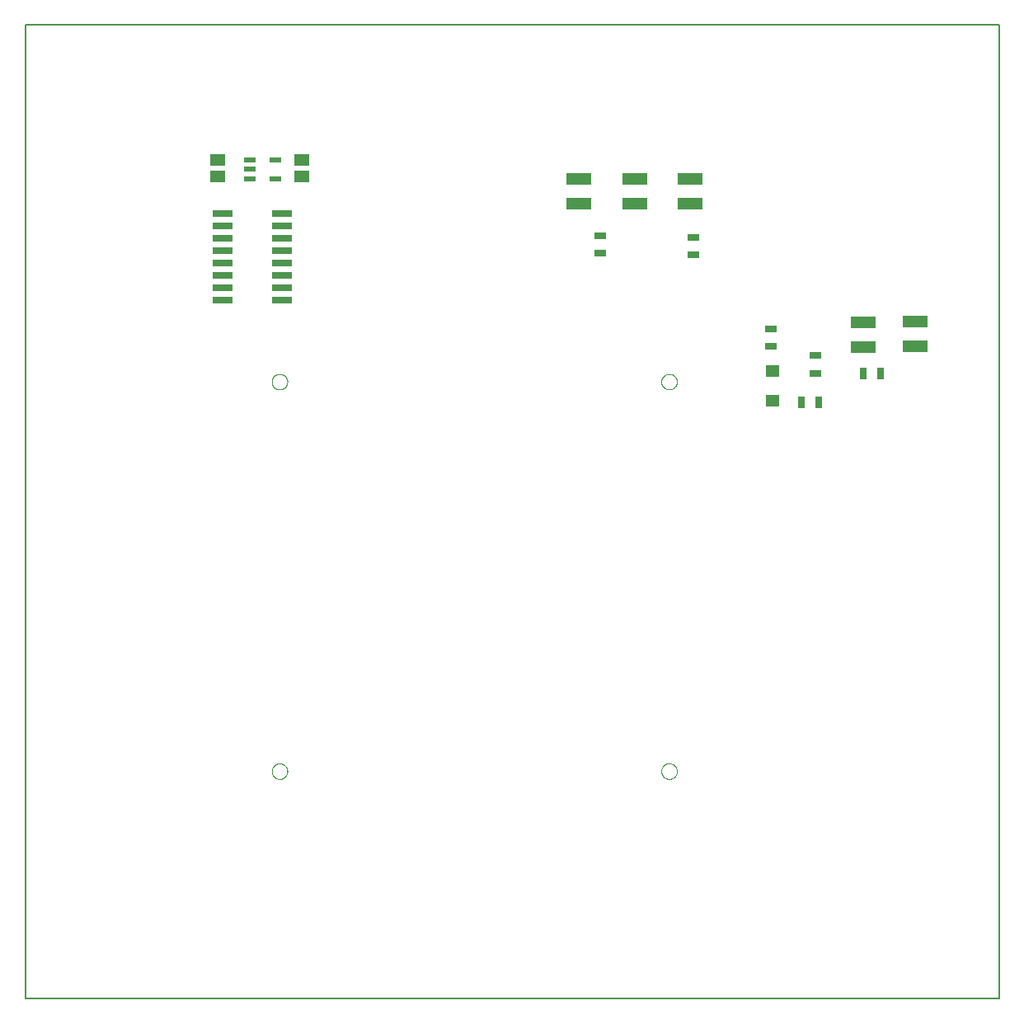
<source format=gtp>
G75*
%MOIN*%
%OFA0B0*%
%FSLAX25Y25*%
%IPPOS*%
%LPD*%
%AMOC8*
5,1,8,0,0,1.08239X$1,22.5*
%
%ADD10C,0.00800*%
%ADD11C,0.00000*%
%ADD12R,0.05906X0.05118*%
%ADD13R,0.05512X0.04724*%
%ADD14R,0.10000X0.05000*%
%ADD15R,0.04724X0.02165*%
%ADD16R,0.08000X0.02600*%
%ADD17R,0.04724X0.03150*%
%ADD18R,0.03150X0.04724*%
D10*
X0075655Y0047033D02*
X0469356Y0047033D01*
X0469356Y0440734D01*
X0075655Y0440734D01*
X0075655Y0047033D01*
D11*
X0175261Y0138962D02*
X0175263Y0139074D01*
X0175269Y0139185D01*
X0175279Y0139297D01*
X0175293Y0139408D01*
X0175310Y0139518D01*
X0175332Y0139628D01*
X0175358Y0139737D01*
X0175387Y0139845D01*
X0175420Y0139951D01*
X0175457Y0140057D01*
X0175498Y0140161D01*
X0175543Y0140264D01*
X0175591Y0140365D01*
X0175642Y0140464D01*
X0175697Y0140561D01*
X0175756Y0140656D01*
X0175817Y0140750D01*
X0175882Y0140841D01*
X0175951Y0140929D01*
X0176022Y0141015D01*
X0176096Y0141099D01*
X0176174Y0141179D01*
X0176254Y0141257D01*
X0176337Y0141333D01*
X0176422Y0141405D01*
X0176510Y0141474D01*
X0176600Y0141540D01*
X0176693Y0141602D01*
X0176788Y0141662D01*
X0176885Y0141718D01*
X0176983Y0141770D01*
X0177084Y0141819D01*
X0177186Y0141864D01*
X0177290Y0141906D01*
X0177395Y0141944D01*
X0177502Y0141978D01*
X0177609Y0142008D01*
X0177718Y0142035D01*
X0177827Y0142057D01*
X0177938Y0142076D01*
X0178048Y0142091D01*
X0178160Y0142102D01*
X0178271Y0142109D01*
X0178383Y0142112D01*
X0178495Y0142111D01*
X0178607Y0142106D01*
X0178718Y0142097D01*
X0178829Y0142084D01*
X0178940Y0142067D01*
X0179050Y0142047D01*
X0179159Y0142022D01*
X0179267Y0141994D01*
X0179374Y0141961D01*
X0179480Y0141925D01*
X0179584Y0141885D01*
X0179687Y0141842D01*
X0179789Y0141795D01*
X0179888Y0141744D01*
X0179986Y0141690D01*
X0180082Y0141632D01*
X0180176Y0141571D01*
X0180267Y0141507D01*
X0180356Y0141440D01*
X0180443Y0141369D01*
X0180527Y0141295D01*
X0180609Y0141219D01*
X0180687Y0141139D01*
X0180763Y0141057D01*
X0180836Y0140972D01*
X0180906Y0140885D01*
X0180972Y0140795D01*
X0181036Y0140703D01*
X0181096Y0140609D01*
X0181153Y0140513D01*
X0181206Y0140414D01*
X0181256Y0140314D01*
X0181302Y0140213D01*
X0181345Y0140109D01*
X0181384Y0140004D01*
X0181419Y0139898D01*
X0181450Y0139791D01*
X0181478Y0139682D01*
X0181501Y0139573D01*
X0181521Y0139463D01*
X0181537Y0139352D01*
X0181549Y0139241D01*
X0181557Y0139130D01*
X0181561Y0139018D01*
X0181561Y0138906D01*
X0181557Y0138794D01*
X0181549Y0138683D01*
X0181537Y0138572D01*
X0181521Y0138461D01*
X0181501Y0138351D01*
X0181478Y0138242D01*
X0181450Y0138133D01*
X0181419Y0138026D01*
X0181384Y0137920D01*
X0181345Y0137815D01*
X0181302Y0137711D01*
X0181256Y0137610D01*
X0181206Y0137510D01*
X0181153Y0137411D01*
X0181096Y0137315D01*
X0181036Y0137221D01*
X0180972Y0137129D01*
X0180906Y0137039D01*
X0180836Y0136952D01*
X0180763Y0136867D01*
X0180687Y0136785D01*
X0180609Y0136705D01*
X0180527Y0136629D01*
X0180443Y0136555D01*
X0180356Y0136484D01*
X0180267Y0136417D01*
X0180176Y0136353D01*
X0180082Y0136292D01*
X0179986Y0136234D01*
X0179888Y0136180D01*
X0179789Y0136129D01*
X0179687Y0136082D01*
X0179584Y0136039D01*
X0179480Y0135999D01*
X0179374Y0135963D01*
X0179267Y0135930D01*
X0179159Y0135902D01*
X0179050Y0135877D01*
X0178940Y0135857D01*
X0178829Y0135840D01*
X0178718Y0135827D01*
X0178607Y0135818D01*
X0178495Y0135813D01*
X0178383Y0135812D01*
X0178271Y0135815D01*
X0178160Y0135822D01*
X0178048Y0135833D01*
X0177938Y0135848D01*
X0177827Y0135867D01*
X0177718Y0135889D01*
X0177609Y0135916D01*
X0177502Y0135946D01*
X0177395Y0135980D01*
X0177290Y0136018D01*
X0177186Y0136060D01*
X0177084Y0136105D01*
X0176983Y0136154D01*
X0176885Y0136206D01*
X0176788Y0136262D01*
X0176693Y0136322D01*
X0176600Y0136384D01*
X0176510Y0136450D01*
X0176422Y0136519D01*
X0176337Y0136591D01*
X0176254Y0136667D01*
X0176174Y0136745D01*
X0176096Y0136825D01*
X0176022Y0136909D01*
X0175951Y0136995D01*
X0175882Y0137083D01*
X0175817Y0137174D01*
X0175756Y0137268D01*
X0175697Y0137363D01*
X0175642Y0137460D01*
X0175591Y0137559D01*
X0175543Y0137660D01*
X0175498Y0137763D01*
X0175457Y0137867D01*
X0175420Y0137973D01*
X0175387Y0138079D01*
X0175358Y0138187D01*
X0175332Y0138296D01*
X0175310Y0138406D01*
X0175293Y0138516D01*
X0175279Y0138627D01*
X0175269Y0138739D01*
X0175263Y0138850D01*
X0175261Y0138962D01*
X0332741Y0138962D02*
X0332743Y0139074D01*
X0332749Y0139185D01*
X0332759Y0139297D01*
X0332773Y0139408D01*
X0332790Y0139518D01*
X0332812Y0139628D01*
X0332838Y0139737D01*
X0332867Y0139845D01*
X0332900Y0139951D01*
X0332937Y0140057D01*
X0332978Y0140161D01*
X0333023Y0140264D01*
X0333071Y0140365D01*
X0333122Y0140464D01*
X0333177Y0140561D01*
X0333236Y0140656D01*
X0333297Y0140750D01*
X0333362Y0140841D01*
X0333431Y0140929D01*
X0333502Y0141015D01*
X0333576Y0141099D01*
X0333654Y0141179D01*
X0333734Y0141257D01*
X0333817Y0141333D01*
X0333902Y0141405D01*
X0333990Y0141474D01*
X0334080Y0141540D01*
X0334173Y0141602D01*
X0334268Y0141662D01*
X0334365Y0141718D01*
X0334463Y0141770D01*
X0334564Y0141819D01*
X0334666Y0141864D01*
X0334770Y0141906D01*
X0334875Y0141944D01*
X0334982Y0141978D01*
X0335089Y0142008D01*
X0335198Y0142035D01*
X0335307Y0142057D01*
X0335418Y0142076D01*
X0335528Y0142091D01*
X0335640Y0142102D01*
X0335751Y0142109D01*
X0335863Y0142112D01*
X0335975Y0142111D01*
X0336087Y0142106D01*
X0336198Y0142097D01*
X0336309Y0142084D01*
X0336420Y0142067D01*
X0336530Y0142047D01*
X0336639Y0142022D01*
X0336747Y0141994D01*
X0336854Y0141961D01*
X0336960Y0141925D01*
X0337064Y0141885D01*
X0337167Y0141842D01*
X0337269Y0141795D01*
X0337368Y0141744D01*
X0337466Y0141690D01*
X0337562Y0141632D01*
X0337656Y0141571D01*
X0337747Y0141507D01*
X0337836Y0141440D01*
X0337923Y0141369D01*
X0338007Y0141295D01*
X0338089Y0141219D01*
X0338167Y0141139D01*
X0338243Y0141057D01*
X0338316Y0140972D01*
X0338386Y0140885D01*
X0338452Y0140795D01*
X0338516Y0140703D01*
X0338576Y0140609D01*
X0338633Y0140513D01*
X0338686Y0140414D01*
X0338736Y0140314D01*
X0338782Y0140213D01*
X0338825Y0140109D01*
X0338864Y0140004D01*
X0338899Y0139898D01*
X0338930Y0139791D01*
X0338958Y0139682D01*
X0338981Y0139573D01*
X0339001Y0139463D01*
X0339017Y0139352D01*
X0339029Y0139241D01*
X0339037Y0139130D01*
X0339041Y0139018D01*
X0339041Y0138906D01*
X0339037Y0138794D01*
X0339029Y0138683D01*
X0339017Y0138572D01*
X0339001Y0138461D01*
X0338981Y0138351D01*
X0338958Y0138242D01*
X0338930Y0138133D01*
X0338899Y0138026D01*
X0338864Y0137920D01*
X0338825Y0137815D01*
X0338782Y0137711D01*
X0338736Y0137610D01*
X0338686Y0137510D01*
X0338633Y0137411D01*
X0338576Y0137315D01*
X0338516Y0137221D01*
X0338452Y0137129D01*
X0338386Y0137039D01*
X0338316Y0136952D01*
X0338243Y0136867D01*
X0338167Y0136785D01*
X0338089Y0136705D01*
X0338007Y0136629D01*
X0337923Y0136555D01*
X0337836Y0136484D01*
X0337747Y0136417D01*
X0337656Y0136353D01*
X0337562Y0136292D01*
X0337466Y0136234D01*
X0337368Y0136180D01*
X0337269Y0136129D01*
X0337167Y0136082D01*
X0337064Y0136039D01*
X0336960Y0135999D01*
X0336854Y0135963D01*
X0336747Y0135930D01*
X0336639Y0135902D01*
X0336530Y0135877D01*
X0336420Y0135857D01*
X0336309Y0135840D01*
X0336198Y0135827D01*
X0336087Y0135818D01*
X0335975Y0135813D01*
X0335863Y0135812D01*
X0335751Y0135815D01*
X0335640Y0135822D01*
X0335528Y0135833D01*
X0335418Y0135848D01*
X0335307Y0135867D01*
X0335198Y0135889D01*
X0335089Y0135916D01*
X0334982Y0135946D01*
X0334875Y0135980D01*
X0334770Y0136018D01*
X0334666Y0136060D01*
X0334564Y0136105D01*
X0334463Y0136154D01*
X0334365Y0136206D01*
X0334268Y0136262D01*
X0334173Y0136322D01*
X0334080Y0136384D01*
X0333990Y0136450D01*
X0333902Y0136519D01*
X0333817Y0136591D01*
X0333734Y0136667D01*
X0333654Y0136745D01*
X0333576Y0136825D01*
X0333502Y0136909D01*
X0333431Y0136995D01*
X0333362Y0137083D01*
X0333297Y0137174D01*
X0333236Y0137268D01*
X0333177Y0137363D01*
X0333122Y0137460D01*
X0333071Y0137559D01*
X0333023Y0137660D01*
X0332978Y0137763D01*
X0332937Y0137867D01*
X0332900Y0137973D01*
X0332867Y0138079D01*
X0332838Y0138187D01*
X0332812Y0138296D01*
X0332790Y0138406D01*
X0332773Y0138516D01*
X0332759Y0138627D01*
X0332749Y0138739D01*
X0332743Y0138850D01*
X0332741Y0138962D01*
X0332741Y0296443D02*
X0332743Y0296555D01*
X0332749Y0296666D01*
X0332759Y0296778D01*
X0332773Y0296889D01*
X0332790Y0296999D01*
X0332812Y0297109D01*
X0332838Y0297218D01*
X0332867Y0297326D01*
X0332900Y0297432D01*
X0332937Y0297538D01*
X0332978Y0297642D01*
X0333023Y0297745D01*
X0333071Y0297846D01*
X0333122Y0297945D01*
X0333177Y0298042D01*
X0333236Y0298137D01*
X0333297Y0298231D01*
X0333362Y0298322D01*
X0333431Y0298410D01*
X0333502Y0298496D01*
X0333576Y0298580D01*
X0333654Y0298660D01*
X0333734Y0298738D01*
X0333817Y0298814D01*
X0333902Y0298886D01*
X0333990Y0298955D01*
X0334080Y0299021D01*
X0334173Y0299083D01*
X0334268Y0299143D01*
X0334365Y0299199D01*
X0334463Y0299251D01*
X0334564Y0299300D01*
X0334666Y0299345D01*
X0334770Y0299387D01*
X0334875Y0299425D01*
X0334982Y0299459D01*
X0335089Y0299489D01*
X0335198Y0299516D01*
X0335307Y0299538D01*
X0335418Y0299557D01*
X0335528Y0299572D01*
X0335640Y0299583D01*
X0335751Y0299590D01*
X0335863Y0299593D01*
X0335975Y0299592D01*
X0336087Y0299587D01*
X0336198Y0299578D01*
X0336309Y0299565D01*
X0336420Y0299548D01*
X0336530Y0299528D01*
X0336639Y0299503D01*
X0336747Y0299475D01*
X0336854Y0299442D01*
X0336960Y0299406D01*
X0337064Y0299366D01*
X0337167Y0299323D01*
X0337269Y0299276D01*
X0337368Y0299225D01*
X0337466Y0299171D01*
X0337562Y0299113D01*
X0337656Y0299052D01*
X0337747Y0298988D01*
X0337836Y0298921D01*
X0337923Y0298850D01*
X0338007Y0298776D01*
X0338089Y0298700D01*
X0338167Y0298620D01*
X0338243Y0298538D01*
X0338316Y0298453D01*
X0338386Y0298366D01*
X0338452Y0298276D01*
X0338516Y0298184D01*
X0338576Y0298090D01*
X0338633Y0297994D01*
X0338686Y0297895D01*
X0338736Y0297795D01*
X0338782Y0297694D01*
X0338825Y0297590D01*
X0338864Y0297485D01*
X0338899Y0297379D01*
X0338930Y0297272D01*
X0338958Y0297163D01*
X0338981Y0297054D01*
X0339001Y0296944D01*
X0339017Y0296833D01*
X0339029Y0296722D01*
X0339037Y0296611D01*
X0339041Y0296499D01*
X0339041Y0296387D01*
X0339037Y0296275D01*
X0339029Y0296164D01*
X0339017Y0296053D01*
X0339001Y0295942D01*
X0338981Y0295832D01*
X0338958Y0295723D01*
X0338930Y0295614D01*
X0338899Y0295507D01*
X0338864Y0295401D01*
X0338825Y0295296D01*
X0338782Y0295192D01*
X0338736Y0295091D01*
X0338686Y0294991D01*
X0338633Y0294892D01*
X0338576Y0294796D01*
X0338516Y0294702D01*
X0338452Y0294610D01*
X0338386Y0294520D01*
X0338316Y0294433D01*
X0338243Y0294348D01*
X0338167Y0294266D01*
X0338089Y0294186D01*
X0338007Y0294110D01*
X0337923Y0294036D01*
X0337836Y0293965D01*
X0337747Y0293898D01*
X0337656Y0293834D01*
X0337562Y0293773D01*
X0337466Y0293715D01*
X0337368Y0293661D01*
X0337269Y0293610D01*
X0337167Y0293563D01*
X0337064Y0293520D01*
X0336960Y0293480D01*
X0336854Y0293444D01*
X0336747Y0293411D01*
X0336639Y0293383D01*
X0336530Y0293358D01*
X0336420Y0293338D01*
X0336309Y0293321D01*
X0336198Y0293308D01*
X0336087Y0293299D01*
X0335975Y0293294D01*
X0335863Y0293293D01*
X0335751Y0293296D01*
X0335640Y0293303D01*
X0335528Y0293314D01*
X0335418Y0293329D01*
X0335307Y0293348D01*
X0335198Y0293370D01*
X0335089Y0293397D01*
X0334982Y0293427D01*
X0334875Y0293461D01*
X0334770Y0293499D01*
X0334666Y0293541D01*
X0334564Y0293586D01*
X0334463Y0293635D01*
X0334365Y0293687D01*
X0334268Y0293743D01*
X0334173Y0293803D01*
X0334080Y0293865D01*
X0333990Y0293931D01*
X0333902Y0294000D01*
X0333817Y0294072D01*
X0333734Y0294148D01*
X0333654Y0294226D01*
X0333576Y0294306D01*
X0333502Y0294390D01*
X0333431Y0294476D01*
X0333362Y0294564D01*
X0333297Y0294655D01*
X0333236Y0294749D01*
X0333177Y0294844D01*
X0333122Y0294941D01*
X0333071Y0295040D01*
X0333023Y0295141D01*
X0332978Y0295244D01*
X0332937Y0295348D01*
X0332900Y0295454D01*
X0332867Y0295560D01*
X0332838Y0295668D01*
X0332812Y0295777D01*
X0332790Y0295887D01*
X0332773Y0295997D01*
X0332759Y0296108D01*
X0332749Y0296220D01*
X0332743Y0296331D01*
X0332741Y0296443D01*
X0175261Y0296443D02*
X0175263Y0296555D01*
X0175269Y0296666D01*
X0175279Y0296778D01*
X0175293Y0296889D01*
X0175310Y0296999D01*
X0175332Y0297109D01*
X0175358Y0297218D01*
X0175387Y0297326D01*
X0175420Y0297432D01*
X0175457Y0297538D01*
X0175498Y0297642D01*
X0175543Y0297745D01*
X0175591Y0297846D01*
X0175642Y0297945D01*
X0175697Y0298042D01*
X0175756Y0298137D01*
X0175817Y0298231D01*
X0175882Y0298322D01*
X0175951Y0298410D01*
X0176022Y0298496D01*
X0176096Y0298580D01*
X0176174Y0298660D01*
X0176254Y0298738D01*
X0176337Y0298814D01*
X0176422Y0298886D01*
X0176510Y0298955D01*
X0176600Y0299021D01*
X0176693Y0299083D01*
X0176788Y0299143D01*
X0176885Y0299199D01*
X0176983Y0299251D01*
X0177084Y0299300D01*
X0177186Y0299345D01*
X0177290Y0299387D01*
X0177395Y0299425D01*
X0177502Y0299459D01*
X0177609Y0299489D01*
X0177718Y0299516D01*
X0177827Y0299538D01*
X0177938Y0299557D01*
X0178048Y0299572D01*
X0178160Y0299583D01*
X0178271Y0299590D01*
X0178383Y0299593D01*
X0178495Y0299592D01*
X0178607Y0299587D01*
X0178718Y0299578D01*
X0178829Y0299565D01*
X0178940Y0299548D01*
X0179050Y0299528D01*
X0179159Y0299503D01*
X0179267Y0299475D01*
X0179374Y0299442D01*
X0179480Y0299406D01*
X0179584Y0299366D01*
X0179687Y0299323D01*
X0179789Y0299276D01*
X0179888Y0299225D01*
X0179986Y0299171D01*
X0180082Y0299113D01*
X0180176Y0299052D01*
X0180267Y0298988D01*
X0180356Y0298921D01*
X0180443Y0298850D01*
X0180527Y0298776D01*
X0180609Y0298700D01*
X0180687Y0298620D01*
X0180763Y0298538D01*
X0180836Y0298453D01*
X0180906Y0298366D01*
X0180972Y0298276D01*
X0181036Y0298184D01*
X0181096Y0298090D01*
X0181153Y0297994D01*
X0181206Y0297895D01*
X0181256Y0297795D01*
X0181302Y0297694D01*
X0181345Y0297590D01*
X0181384Y0297485D01*
X0181419Y0297379D01*
X0181450Y0297272D01*
X0181478Y0297163D01*
X0181501Y0297054D01*
X0181521Y0296944D01*
X0181537Y0296833D01*
X0181549Y0296722D01*
X0181557Y0296611D01*
X0181561Y0296499D01*
X0181561Y0296387D01*
X0181557Y0296275D01*
X0181549Y0296164D01*
X0181537Y0296053D01*
X0181521Y0295942D01*
X0181501Y0295832D01*
X0181478Y0295723D01*
X0181450Y0295614D01*
X0181419Y0295507D01*
X0181384Y0295401D01*
X0181345Y0295296D01*
X0181302Y0295192D01*
X0181256Y0295091D01*
X0181206Y0294991D01*
X0181153Y0294892D01*
X0181096Y0294796D01*
X0181036Y0294702D01*
X0180972Y0294610D01*
X0180906Y0294520D01*
X0180836Y0294433D01*
X0180763Y0294348D01*
X0180687Y0294266D01*
X0180609Y0294186D01*
X0180527Y0294110D01*
X0180443Y0294036D01*
X0180356Y0293965D01*
X0180267Y0293898D01*
X0180176Y0293834D01*
X0180082Y0293773D01*
X0179986Y0293715D01*
X0179888Y0293661D01*
X0179789Y0293610D01*
X0179687Y0293563D01*
X0179584Y0293520D01*
X0179480Y0293480D01*
X0179374Y0293444D01*
X0179267Y0293411D01*
X0179159Y0293383D01*
X0179050Y0293358D01*
X0178940Y0293338D01*
X0178829Y0293321D01*
X0178718Y0293308D01*
X0178607Y0293299D01*
X0178495Y0293294D01*
X0178383Y0293293D01*
X0178271Y0293296D01*
X0178160Y0293303D01*
X0178048Y0293314D01*
X0177938Y0293329D01*
X0177827Y0293348D01*
X0177718Y0293370D01*
X0177609Y0293397D01*
X0177502Y0293427D01*
X0177395Y0293461D01*
X0177290Y0293499D01*
X0177186Y0293541D01*
X0177084Y0293586D01*
X0176983Y0293635D01*
X0176885Y0293687D01*
X0176788Y0293743D01*
X0176693Y0293803D01*
X0176600Y0293865D01*
X0176510Y0293931D01*
X0176422Y0294000D01*
X0176337Y0294072D01*
X0176254Y0294148D01*
X0176174Y0294226D01*
X0176096Y0294306D01*
X0176022Y0294390D01*
X0175951Y0294476D01*
X0175882Y0294564D01*
X0175817Y0294655D01*
X0175756Y0294749D01*
X0175697Y0294844D01*
X0175642Y0294941D01*
X0175591Y0295040D01*
X0175543Y0295141D01*
X0175498Y0295244D01*
X0175457Y0295348D01*
X0175420Y0295454D01*
X0175387Y0295560D01*
X0175358Y0295668D01*
X0175332Y0295777D01*
X0175310Y0295887D01*
X0175293Y0295997D01*
X0175279Y0296108D01*
X0175269Y0296220D01*
X0175263Y0296331D01*
X0175261Y0296443D01*
D12*
X0187348Y0379277D03*
X0187348Y0385970D03*
X0153332Y0385970D03*
X0153332Y0379277D03*
D13*
X0377584Y0300616D03*
X0377584Y0288805D03*
D14*
X0414435Y0310419D03*
X0414435Y0320419D03*
X0435419Y0320931D03*
X0435419Y0310931D03*
X0344474Y0368411D03*
X0344474Y0378411D03*
X0321954Y0378529D03*
X0321954Y0368529D03*
X0299317Y0368293D03*
X0299317Y0378293D03*
D15*
X0176777Y0378549D03*
X0176777Y0386029D03*
X0166541Y0386029D03*
X0166541Y0382289D03*
X0166541Y0378549D03*
D16*
X0155346Y0364336D03*
X0155346Y0359336D03*
X0155346Y0354336D03*
X0155346Y0349336D03*
X0155346Y0344336D03*
X0155346Y0339336D03*
X0155346Y0334336D03*
X0155346Y0329336D03*
X0179546Y0329336D03*
X0179546Y0334336D03*
X0179546Y0339336D03*
X0179546Y0344336D03*
X0179546Y0349336D03*
X0179546Y0354336D03*
X0179546Y0359336D03*
X0179546Y0364336D03*
D17*
X0308057Y0355438D03*
X0308057Y0348352D03*
X0345734Y0347840D03*
X0345734Y0354926D03*
X0377072Y0317860D03*
X0377072Y0310773D03*
X0395143Y0306954D03*
X0395143Y0299868D03*
D18*
X0396443Y0287939D03*
X0389356Y0287939D03*
X0414317Y0299828D03*
X0421403Y0299828D03*
M02*

</source>
